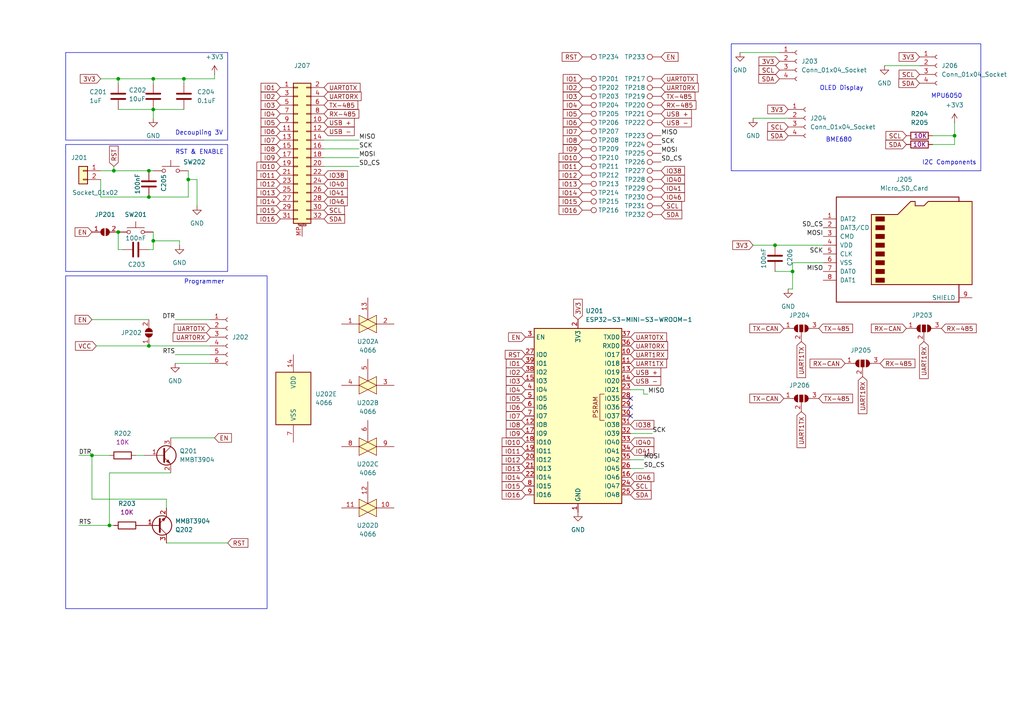
<source format=kicad_sch>
(kicad_sch (version 20231120) (generator "eeschema") (generator_version "8.0")
  (paper "A4")
  (junction (at 229.87 78.74))
  (junction (at 34.29 22.86))
  (junction (at 33.02 49.53))
  (junction (at 224.79 71.12))
  (junction (at 44.45 69.85))
  (junction (at 31.75 152.4))
  (junction (at 43.18 49.53))
  (junction (at 43.18 100.33))
  (junction (at 44.45 22.86))
  (junction (at 43.18 57.15))
  (junction (at 53.34 22.86))
  (junction (at 44.45 31.75))
  (junction (at 26.67 132.08))
  (junction (at 34.29 67.31))
  (junction (at 276.86 39.37))
  (junction (at 54.61 52.07))
  (no_connect (at 182.88 118.11))
  (no_connect (at 182.88 120.65))
  (no_connect (at 182.88 115.57))
  (wire (pts (xy 62.23 21.59) (xy 62.23 22.86)))
  (wire (pts (xy 26.67 92.71) (xy 43.18 92.71)))
  (wire (pts (xy 104.14 43.18) (xy 93.98 43.18)))
  (wire (pts (xy 53.34 22.86) (xy 44.45 22.86)))
  (wire (pts (xy 104.14 45.72) (xy 93.98 45.72)))
  (wire (pts (xy 34.29 22.86) (xy 44.45 22.86)))
  (wire (pts (xy 276.86 41.91) (xy 276.86 39.37)))
  (wire (pts (xy 229.87 83.82) (xy 229.87 78.74)))
  (wire (pts (xy 53.34 24.13) (xy 53.34 22.86)))
  (wire (pts (xy 229.87 76.2) (xy 238.76 76.2)))
  (wire (pts (xy 50.8 102.87) (xy 60.96 102.87)))
  (wire (pts (xy 229.87 78.74) (xy 229.87 76.2)))
  (wire (pts (xy 44.45 69.85) (xy 44.45 72.39)))
  (wire (pts (xy 54.61 49.53) (xy 54.61 52.07)))
  (wire (pts (xy 50.8 105.41) (xy 60.96 105.41)))
  (wire (pts (xy 50.8 92.71) (xy 60.96 92.71)))
  (wire (pts (xy 33.02 48.26) (xy 33.02 49.53)))
  (wire (pts (xy 31.75 132.08) (xy 26.67 132.08)))
  (wire (pts (xy 182.88 125.73) (xy 189.23 125.73)))
  (wire (pts (xy 33.02 49.53) (xy 43.18 49.53)))
  (wire (pts (xy 104.14 48.26) (xy 93.98 48.26)))
  (wire (pts (xy 187.96 114.3) (xy 186.69 114.3)))
  (wire (pts (xy 49.53 127) (xy 62.23 127)))
  (wire (pts (xy 48.26 157.48) (xy 66.04 157.48)))
  (wire (pts (xy 33.02 152.4) (xy 31.75 152.4)))
  (wire (pts (xy 34.29 31.75) (xy 44.45 31.75)))
  (wire (pts (xy 43.18 57.15) (xy 54.61 57.15)))
  (wire (pts (xy 22.86 132.08) (xy 26.67 132.08)))
  (wire (pts (xy 52.07 71.12) (xy 52.07 69.85)))
  (wire (pts (xy 57.15 52.07) (xy 54.61 52.07)))
  (wire (pts (xy 48.26 144.78) (xy 48.26 147.32)))
  (wire (pts (xy 224.79 71.12) (xy 238.76 71.12)))
  (wire (pts (xy 214.63 15.24) (xy 226.06 15.24)))
  (wire (pts (xy 57.15 52.07) (xy 57.15 59.69)))
  (wire (pts (xy 186.69 113.03) (xy 182.88 113.03)))
  (wire (pts (xy 53.34 22.86) (xy 62.23 22.86)))
  (wire (pts (xy 44.45 67.31) (xy 44.45 69.85)))
  (wire (pts (xy 218.44 34.29) (xy 228.6 34.29)))
  (wire (pts (xy 276.86 39.37) (xy 276.86 35.56)))
  (wire (pts (xy 182.88 135.89) (xy 186.69 135.89)))
  (wire (pts (xy 228.6 83.82) (xy 229.87 83.82)))
  (wire (pts (xy 256.54 19.05) (xy 266.7 19.05)))
  (wire (pts (xy 44.45 31.75) (xy 44.45 34.29)))
  (wire (pts (xy 31.75 137.16) (xy 31.75 152.4)))
  (wire (pts (xy 43.18 49.53) (xy 44.45 49.53)))
  (wire (pts (xy 186.69 114.3) (xy 186.69 113.03)))
  (wire (pts (xy 54.61 57.15) (xy 54.61 52.07)))
  (wire (pts (xy 43.18 72.39) (xy 44.45 72.39)))
  (wire (pts (xy 29.21 57.15) (xy 29.21 52.07)))
  (wire (pts (xy 29.21 57.15) (xy 43.18 57.15)))
  (wire (pts (xy 22.86 152.4) (xy 31.75 152.4)))
  (wire (pts (xy 224.79 78.74) (xy 229.87 78.74)))
  (wire (pts (xy 44.45 22.86) (xy 44.45 24.13)))
  (wire (pts (xy 31.75 137.16) (xy 49.53 137.16)))
  (wire (pts (xy 270.51 41.91) (xy 276.86 41.91)))
  (wire (pts (xy 27.94 100.33) (xy 43.18 100.33)))
  (wire (pts (xy 29.21 22.86) (xy 34.29 22.86)))
  (wire (pts (xy 26.67 144.78) (xy 48.26 144.78)))
  (wire (pts (xy 182.88 133.35) (xy 186.69 133.35)))
  (wire (pts (xy 218.44 71.12) (xy 224.79 71.12)))
  (wire (pts (xy 53.34 31.75) (xy 44.45 31.75)))
  (wire (pts (xy 34.29 67.31) (xy 34.29 72.39)))
  (wire (pts (xy 52.07 69.85) (xy 44.45 69.85)))
  (wire (pts (xy 34.29 72.39) (xy 35.56 72.39)))
  (wire (pts (xy 26.67 132.08) (xy 26.67 144.78)))
  (wire (pts (xy 104.14 40.64) (xy 93.98 40.64)))
  (wire (pts (xy 34.29 22.86) (xy 34.29 24.13)))
  (wire (pts (xy 39.37 132.08) (xy 41.91 132.08)))
  (wire (pts (xy 43.18 100.33) (xy 60.96 100.33)))
  (wire (pts (xy 33.02 49.53) (xy 29.21 49.53)))
  (wire (pts (xy 270.51 39.37) (xy 276.86 39.37)))
  (rectangle (start 19.05 80.01) (end 77.47 176.53))
  (rectangle (start 212.09 12.7) (end 284.48 49.53))
  (rectangle (start 19.05 15.24) (end 66.04 40.64))
  (rectangle (start 19.05 41.91) (end 66.04 78.74))
  (text "RST & ENABLE\n " (at 50.8 46.99 0) (effects (font (size 1.27 1.27)) (justify left bottom)))
  (text "Decoupling 3V\n" (at 50.8 39.37 0) (effects (font (size 1.27 1.27)) (justify left bottom)))
  (text "Programmer\n" (at 53.34 82.55 0) (effects (font (size 1.27 1.27)) (justify left bottom)))
  (text "OLED Display" (at 244.094 25.654 0) (effects (font (size 1.27 1.27))))
  (text "I2C Components" (at 275.336 47.244 0) (effects (font (size 1.27 1.27))))
  (text "MPU6050\n" (at 274.574 27.94 0) (effects (font (size 1.27 1.27))))
  (text "BME680" (at 243.332 40.64 0) (effects (font (size 1.27 1.27))))
  (label "DTR" (at 22.86 132.08 0))
  (label "MOSI" (at 186.69 133.35 0))
  (label "DTR" (at 50.8 92.71 180))
  (label "SD_CS" (at 191.77 46.99 0))
  (label "MISO" (at 191.77 39.37 0))
  (label "SCK" (at 189.23 125.73 0))
  (label "SD_CS" (at 186.69 135.89 0))
  (label "SCK" (at 238.76 73.66 180))
  (label "MOSI" (at 238.76 68.58 180))
  (label "MOSI" (at 104.14 45.72 0))
  (label "SD_CS" (at 104.14 48.26 0))
  (label "SCK" (at 191.77 41.91 0))
  (label "MISO" (at 104.14 40.64 0))
  (label "MISO" (at 238.76 78.74 180))
  (label "MOSI" (at 191.77 44.45 0))
  (label "MISO" (at 187.96 114.3 0))
  (label "RTS" (at 50.8 102.87 180))
  (label "SCK" (at 104.14 43.18 0))
  (label "SD_CS" (at 238.76 66.04 180))
  (label "RTS" (at 22.86 152.4 0))
  (global_label "IO5" (shape input) (at 152.4 115.57 180) (property "Intersheetrefs" "${INTERSHEET_REFS}" (effects (hide yes))))
  (global_label "IO38" (shape input) (at 182.88 123.19 0) (property "Intersheetrefs" "${INTERSHEET_REFS}" (effects (hide yes))))
  (global_label "IO46" (shape input) (at 182.88 138.43 0) (property "Intersheetrefs" "${INTERSHEET_REFS}" (effects (hide yes))))
  (global_label "IO14" (shape input) (at 168.91 55.88 180) (property "Intersheetrefs" "${INTERSHEET_REFS}" (effects (hide yes))))
  (global_label "SDA" (shape input) (at 93.98 63.5 0) (property "Intersheetrefs" "${INTERSHEET_REFS}" (effects (hide yes))))
  (global_label "IO5" (shape input) (at 81.28 35.56 180) (property "Intersheetrefs" "${INTERSHEET_REFS}" (effects (hide yes))))
  (global_label "IO2" (shape input) (at 152.4 107.95 180) (property "Intersheetrefs" "${INTERSHEET_REFS}" (effects (hide yes))))
  (global_label "RX-CAN" (shape input) (at 262.89 95.25 180) (property "Intersheetrefs" "${INTERSHEET_REFS}" (effects (hide yes))))
  (global_label "EN" (shape input) (at 26.67 92.71 180) (property "Intersheetrefs" "${INTERSHEET_REFS}" (effects (hide yes))))
  (global_label "IO11" (shape input) (at 81.28 50.8 180) (property "Intersheetrefs" "${INTERSHEET_REFS}" (effects (hide yes))))
  (global_label "3V3" (shape input) (at 218.44 71.12 180) (property "Intersheetrefs" "${INTERSHEET_REFS}" (effects (hide yes))))
  (global_label "UART0RX" (shape input) (at 60.96 97.79 180) (property "Intersheetrefs" "${INTERSHEET_REFS}" (effects (hide yes))))
  (global_label "SCL" (shape input) (at 182.88 140.97 0) (property "Intersheetrefs" "${INTERSHEET_REFS}" (effects (hide yes))))
  (global_label "TX-CAN" (shape input) (at 227.33 95.25 180) (property "Intersheetrefs" "${INTERSHEET_REFS}" (effects (hide yes))))
  (global_label "IO12" (shape input) (at 168.91 50.8 180) (property "Intersheetrefs" "${INTERSHEET_REFS}" (effects (hide yes))))
  (global_label "USB -" (shape input) (at 182.88 110.49 0) (property "Intersheetrefs" "${INTERSHEET_REFS}" (effects (hide yes))))
  (global_label "3V3" (shape input) (at 167.64 92.71 90) (property "Intersheetrefs" "${INTERSHEET_REFS}" (effects (hide yes))))
  (global_label "IO40" (shape input) (at 191.77 52.07 0) (property "Intersheetrefs" "${INTERSHEET_REFS}" (effects (hide yes))))
  (global_label "IO41" (shape input) (at 191.77 54.61 0) (property "Intersheetrefs" "${INTERSHEET_REFS}" (effects (hide yes))))
  (global_label "IO9" (shape input) (at 81.28 45.72 180) (property "Intersheetrefs" "${INTERSHEET_REFS}" (effects (hide yes))))
  (global_label "IO10" (shape input) (at 81.28 48.26 180) (property "Intersheetrefs" "${INTERSHEET_REFS}" (effects (hide yes))))
  (global_label "IO40" (shape input) (at 93.98 53.34 0) (property "Intersheetrefs" "${INTERSHEET_REFS}" (effects (hide yes))))
  (global_label "UART0TX" (shape input) (at 191.77 22.86 0) (property "Intersheetrefs" "${INTERSHEET_REFS}" (effects (hide yes))))
  (global_label "USB +" (shape input) (at 182.88 107.95 0) (property "Intersheetrefs" "${INTERSHEET_REFS}" (effects (hide yes))))
  (global_label "SDA" (shape input) (at 262.89 41.91 180) (property "Intersheetrefs" "${INTERSHEET_REFS}" (effects (hide yes))))
  (global_label "IO12" (shape input) (at 152.4 133.35 180) (property "Intersheetrefs" "${INTERSHEET_REFS}" (effects (hide yes))))
  (global_label "IO13" (shape input) (at 81.28 55.88 180) (property "Intersheetrefs" "${INTERSHEET_REFS}" (effects (hide yes))))
  (global_label "IO38" (shape input) (at 93.98 50.8 0) (property "Intersheetrefs" "${INTERSHEET_REFS}" (effects (hide yes))))
  (global_label "EN" (shape input) (at 26.67 67.31 180) (property "Intersheetrefs" "${INTERSHEET_REFS}" (effects (hide yes))))
  (global_label "IO2" (shape input) (at 168.91 25.4 180) (property "Intersheetrefs" "${INTERSHEET_REFS}" (effects (hide yes))))
  (global_label "USB -" (shape input) (at 93.98 38.1 0) (property "Intersheetrefs" "${INTERSHEET_REFS}" (effects (hide yes))))
  (global_label "IO38" (shape input) (at 191.77 49.53 0) (property "Intersheetrefs" "${INTERSHEET_REFS}" (effects (hide yes))))
  (global_label "IO15" (shape input) (at 81.28 60.96 180) (property "Intersheetrefs" "${INTERSHEET_REFS}" (effects (hide yes))))
  (global_label "SCL" (shape input) (at 191.77 59.69 0) (property "Intersheetrefs" "${INTERSHEET_REFS}" (effects (hide yes))))
  (global_label "SDA" (shape input) (at 228.6 39.37 180) (property "Intersheetrefs" "${INTERSHEET_REFS}" (effects (hide yes))))
  (global_label "UART0TX" (shape input) (at 182.88 97.79 0) (property "Intersheetrefs" "${INTERSHEET_REFS}" (effects (hide yes))))
  (global_label "IO7" (shape input) (at 168.91 38.1 180) (property "Intersheetrefs" "${INTERSHEET_REFS}" (effects (hide yes))))
  (global_label "IO7" (shape input) (at 81.28 40.64 180) (property "Intersheetrefs" "${INTERSHEET_REFS}" (effects (hide yes))))
  (global_label "RX-CAN" (shape input) (at 245.11 105.41 180) (property "Intersheetrefs" "${INTERSHEET_REFS}" (effects (hide yes))))
  (global_label "IO41" (shape input) (at 182.88 130.81 0) (property "Intersheetrefs" "${INTERSHEET_REFS}" (effects (hide yes))))
  (global_label "3V3" (shape input) (at 228.6 31.75 180) (property "Intersheetrefs" "${INTERSHEET_REFS}" (effects (hide yes))))
  (global_label "3V3" (shape input) (at 266.7 16.51 180) (property "Intersheetrefs" "${INTERSHEET_REFS}" (effects (hide yes))))
  (global_label "UART0RX" (shape input) (at 182.88 100.33 0) (property "Intersheetrefs" "${INTERSHEET_REFS}" (effects (hide yes))))
  (global_label "TX-485" (shape input) (at 237.49 95.25 0) (property "Intersheetrefs" "${INTERSHEET_REFS}" (effects (hide yes))))
  (global_label "IO5" (shape input) (at 168.91 33.02 180) (property "Intersheetrefs" "${INTERSHEET_REFS}" (effects (hide yes))))
  (global_label "RST" (shape input) (at 152.4 102.87 180) (property "Intersheetrefs" "${INTERSHEET_REFS}" (effects (hide yes))))
  (global_label "IO16" (shape input) (at 168.91 60.96 180) (property "Intersheetrefs" "${INTERSHEET_REFS}" (effects (hide yes))))
  (global_label "UART0RX" (shape input) (at 191.77 25.4 0) (property "Intersheetrefs" "${INTERSHEET_REFS}" (effects (hide yes))))
  (global_label "EN" (shape input) (at 62.23 127 0) (property "Intersheetrefs" "${INTERSHEET_REFS}" (effects (hide yes))))
  (global_label "IO16" (shape input) (at 81.28 63.5 180) (property "Intersheetrefs" "${INTERSHEET_REFS}" (effects (hide yes))))
  (global_label "IO7" (shape input) (at 152.4 120.65 180) (property "Intersheetrefs" "${INTERSHEET_REFS}" (effects (hide yes))))
  (global_label "TX-485" (shape input) (at 237.49 115.57 0) (property "Intersheetrefs" "${INTERSHEET_REFS}" (effects (hide yes))))
  (global_label "IO4" (shape input) (at 81.28 33.02 180) (property "Intersheetrefs" "${INTERSHEET_REFS}" (effects (hide yes))))
  (global_label "SCL" (shape input) (at 266.7 21.59 180) (property "Intersheetrefs" "${INTERSHEET_REFS}" (effects (hide yes))))
  (global_label "UART1TX" (shape input) (at 182.88 105.41 0) (property "Intersheetrefs" "${INTERSHEET_REFS}" (effects (hide yes))))
  (global_label "IO6" (shape input) (at 81.28 38.1 180) (property "Intersheetrefs" "${INTERSHEET_REFS}" (effects (hide yes))))
  (global_label "IO14" (shape input) (at 81.28 58.42 180) (property "Intersheetrefs" "${INTERSHEET_REFS}" (effects (hide yes))))
  (global_label "3V3" (shape input) (at 29.21 22.86 180) (property "Intersheetrefs" "${INTERSHEET_REFS}" (effects (hide yes))))
  (global_label "IO1" (shape input) (at 81.28 25.4 180) (property "Intersheetrefs" "${INTERSHEET_REFS}" (effects (hide yes))))
  (global_label "IO6" (shape input) (at 152.4 118.11 180) (property "Intersheetrefs" "${INTERSHEET_REFS}" (effects (hide yes))))
  (global_label "UART1TX" (shape input) (at 232.41 99.06 270) (property "Intersheetrefs" "${INTERSHEET_REFS}" (effects (hide yes))))
  (global_label "TX-CAN" (shape input) (at 227.33 115.57 180) (property "Intersheetrefs" "${INTERSHEET_REFS}" (effects (hide yes))))
  (global_label "RX-485" (shape input) (at 191.77 30.48 0) (property "Intersheetrefs" "${INTERSHEET_REFS}" (effects (hide yes))))
  (global_label "IO3" (shape input) (at 81.28 30.48 180) (property "Intersheetrefs" "${INTERSHEET_REFS}" (effects (hide yes))))
  (global_label "IO1" (shape input) (at 152.4 105.41 180) (property "Intersheetrefs" "${INTERSHEET_REFS}" (effects (hide yes))))
  (global_label "UART0RX" (shape input) (at 93.98 27.94 0) (property "Intersheetrefs" "${INTERSHEET_REFS}" (effects (hide yes))))
  (global_label "SCL" (shape input) (at 226.06 20.32 180) (property "Intersheetrefs" "${INTERSHEET_REFS}" (effects (hide yes))))
  (global_label "SCL" (shape input) (at 228.6 36.83 180) (property "Intersheetrefs" "${INTERSHEET_REFS}" (effects (hide yes))))
  (global_label "3V3" (shape input) (at 226.06 17.78 180) (property "Intersheetrefs" "${INTERSHEET_REFS}" (effects (hide yes))))
  (global_label "IO46" (shape input) (at 191.77 57.15 0) (property "Intersheetrefs" "${INTERSHEET_REFS}" (effects (hide yes))))
  (global_label "IO14" (shape input) (at 152.4 138.43 180) (property "Intersheetrefs" "${INTERSHEET_REFS}" (effects (hide yes))))
  (global_label "RST" (shape input) (at 33.02 48.26 90) (property "Intersheetrefs" "${INTERSHEET_REFS}" (effects (hide yes))))
  (global_label "IO8" (shape input) (at 168.91 40.64 180) (property "Intersheetrefs" "${INTERSHEET_REFS}" (effects (hide yes))))
  (global_label "SCL" (shape input) (at 93.98 60.96 0) (property "Intersheetrefs" "${INTERSHEET_REFS}" (effects (hide yes))))
  (global_label "IO15" (shape input) (at 168.91 58.42 180) (property "Intersheetrefs" "${INTERSHEET_REFS}" (effects (hide yes))))
  (global_label "IO3" (shape input) (at 168.91 27.94 180) (property "Intersheetrefs" "${INTERSHEET_REFS}" (effects (hide yes))))
  (global_label "UART0TX" (shape input) (at 60.96 95.25 180) (property "Intersheetrefs" "${INTERSHEET_REFS}" (effects (hide yes))))
  (global_label "IO4" (shape input) (at 168.91 30.48 180) (property "Intersheetrefs" "${INTERSHEET_REFS}" (effects (hide yes))))
  (global_label "IO9" (shape input) (at 168.91 43.18 180) (property "Intersheetrefs" "${INTERSHEET_REFS}" (effects (hide yes))))
  (global_label "RX-485" (shape input) (at 273.05 95.25 0) (property "Intersheetrefs" "${INTERSHEET_REFS}" (effects (hide yes))))
  (global_label "IO10" (shape input) (at 168.91 45.72 180) (property "Intersheetrefs" "${INTERSHEET_REFS}" (effects (hide yes))))
  (global_label "IO13" (shape input) (at 168.91 53.34 180) (property "Intersheetrefs" "${INTERSHEET_REFS}" (effects (hide yes))))
  (global_label "IO1" (shape input) (at 168.91 22.86 180) (property "Intersheetrefs" "${INTERSHEET_REFS}" (effects (hide yes))))
  (global_label "IO13" (shape input) (at 152.4 135.89 180) (property "Intersheetrefs" "${INTERSHEET_REFS}" (effects (hide yes))))
  (global_label "IO4" (shape input) (at 152.4 113.03 180) (property "Intersheetrefs" "${INTERSHEET_REFS}" (effects (hide yes))))
  (global_label "USB -" (shape input) (at 191.77 35.56 0) (property "Intersheetrefs" "${INTERSHEET_REFS}" (effects (hide yes))))
  (global_label "IO9" (shape input) (at 152.4 125.73 180) (property "Intersheetrefs" "${INTERSHEET_REFS}" (effects (hide yes))))
  (global_label "UART1TX" (shape input) (at 232.41 119.38 270) (property "Intersheetrefs" "${INTERSHEET_REFS}" (effects (hide yes))))
  (global_label "TX-485" (shape input) (at 93.98 30.48 0) (property "Intersheetrefs" "${INTERSHEET_REFS}" (effects (hide yes))))
  (global_label "VCC" (shape input) (at 27.94 100.33 180) (property "Intersheetrefs" "${INTERSHEET_REFS}" (effects (hide yes))))
  (global_label "UART1RX" (shape input) (at 267.97 99.06 270) (property "Intersheetrefs" "${INTERSHEET_REFS}" (effects (hide yes))))
  (global_label "RST" (shape input) (at 66.04 157.48 0) (property "Intersheetrefs" "${INTERSHEET_REFS}" (effects (hide yes))))
  (global_label "SCL" (shape input) (at 262.89 39.37 180) (property "Intersheetrefs" "${INTERSHEET_REFS}" (effects (hide yes))))
  (global_label "UART0TX" (shape input) (at 93.98 25.4 0) (property "Intersheetrefs" "${INTERSHEET_REFS}" (effects (hide yes))))
  (global_label "RST" (shape input) (at 168.91 16.51 180) (property "Intersheetrefs" "${INTERSHEET_REFS}" (effects (hide yes))))
  (global_label "SDA" (shape input) (at 191.77 62.23 0) (property "Intersheetrefs" "${INTERSHEET_REFS}" (effects (hide yes))))
  (global_label "IO16" (shape input) (at 152.4 143.51 180) (property "Intersheetrefs" "${INTERSHEET_REFS}" (effects (hide yes))))
  (global_label "USB +" (shape input) (at 191.77 33.02 0) (property "Intersheetrefs" "${INTERSHEET_REFS}" (effects (hide yes))))
  (global_label "SDA" (shape input) (at 182.88 143.51 0) (property "Intersheetrefs" "${INTERSHEET_REFS}" (effects (hide yes))))
  (global_label "IO8" (shape input) (at 152.4 123.19 180) (property "Intersheetrefs" "${INTERSHEET_REFS}" (effects (hide yes))))
  (global_label "IO11" (shape input) (at 152.4 130.81 180) (property "Intersheetrefs" "${INTERSHEET_REFS}" (effects (hide yes))))
  (global_label "RX-485" (shape input) (at 255.27 105.41 0) (property "Intersheetrefs" "${INTERSHEET_REFS}" (effects (hide yes))))
  (global_label "SDA" (shape input) (at 226.06 22.86 180) (property "Intersheetrefs" "${INTERSHEET_REFS}" (effects (hide yes))))
  (global_label "IO11" (shape input) (at 168.91 48.26 180) (property "Intersheetrefs" "${INTERSHEET_REFS}" (effects (hide yes))))
  (global_label "IO12" (shape input) (at 81.28 53.34 180) (property "Intersheetrefs" "${INTERSHEET_REFS}" (effects (hide yes))))
  (global_label "IO2" (shape input) (at 81.28 27.94 180) (property "Intersheetrefs" "${INTERSHEET_REFS}" (effects (hide yes))))
  (global_label "UART1RX" (shape input) (at 250.19 109.22 270) (property "Intersheetrefs" "${INTERSHEET_REFS}" (effects (hide yes))))
  (global_label "IO40" (shape input) (at 182.88 128.27 0) (property "Intersheetrefs" "${INTERSHEET_REFS}" (effects (hide yes))))
  (global_label "IO46" (shape input) (at 93.98 58.42 0) (property "Intersheetrefs" "${INTERSHEET_REFS}" (effects (hide yes))))
  (global_label "IO6" (shape input) (at 168.91 35.56 180) (property "Intersheetrefs" "${INTERSHEET_REFS}" (effects (hide yes))))
  (global_label "IO15" (shape input) (at 152.4 140.97 180) (property "Intersheetrefs" "${INTERSHEET_REFS}" (effects (hide yes))))
  (global_label "IO41" (shape input) (at 93.98 55.88 0) (property "Intersheetrefs" "${INTERSHEET_REFS}" (effects (hide yes))))
  (global_label "UART1RX" (shape input) (at 182.88 102.87 0) (property "Intersheetrefs" "${INTERSHEET_REFS}" (effects (hide yes))))
  (global_label "IO3" (shape input) (at 152.4 110.49 180) (property "Intersheetrefs" "${INTERSHEET_REFS}" (effects (hide yes))))
  (global_label "USB +" (shape input) (at 93.98 35.56 0) (property "Intersheetrefs" "${INTERSHEET_REFS}" (effects (hide yes))))
  (global_label "TX-485" (shape input) (at 191.77 27.94 0) (property "Intersheetrefs" "${INTERSHEET_REFS}" (effects (hide yes))))
  (global_label "RX-485" (shape input) (at 93.98 33.02 0) (property "Intersheetrefs" "${INTERSHEET_REFS}" (effects (hide yes))))
  (global_label "EN" (shape input) (at 191.77 16.51 0) (property "Intersheetrefs" "${INTERSHEET_REFS}" (effects (hide yes))))
  (global_label "IO10" (shape input) (at 152.4 128.27 180) (property "Intersheetrefs" "${INTERSHEET_REFS}" (effects (hide yes))))
  (global_label "EN" (shape input) (at 152.4 97.79 180) (property "Intersheetrefs" "${INTERSHEET_REFS}" (effects (hide yes))))
  (global_label "IO8" (shape input) (at 81.28 43.18 180) (property "Intersheetrefs" "${INTERSHEET_REFS}" (effects (hide yes))))
  (global_label "SDA" (shape input) (at 266.7 24.13 180) (property "Intersheetrefs" "${INTERSHEET_REFS}" (effects (hide yes))))
  (symbol (lib_id "Transistor_BJT:MMBT3904") (at 46.99 132.08 0) (unit 1)
    (property "Reference" "Q201" (at 52.07 130.81 0) (effects (justify left)))
    (property "Value" "MMBT3904" (at 52.07 133.35 0) (effects (justify left)))
    (property "Footprint" "Package_TO_SOT_SMD:SOT-23" (effects (hide yes)))
    (property "Datasheet" "https://www.onsemi.com/pdf/datasheet/pzt3904-d.pdf" (effects (hide yes)))
  )
  (symbol (lib_id "Connector:TestPoint") (at 191.77 62.23 90) (unit 1)
    (property "Reference" "TP232" (at 187.198 62.23 90) (effects (justify left)))
    (property "Value" "TestPoint" (effects (hide yes)))
    (property "Footprint" "TestPoint:TestPoint_Pad_D2.0mm" (effects (hide yes)))
    (property "Description" "test point" (effects (hide yes)))
  )
  (symbol (lib_id "Connector:TestPoint") (at 191.77 25.4 90) (unit 1)
    (property "Reference" "TP218" (at 187.198 25.4 90) (effects (justify left)))
    (property "Value" "TestPoint" (effects (hide yes)))
    (property "Footprint" "TestPoint:TestPoint_Pad_D2.0mm" (effects (hide yes)))
    (property "Description" "test point" (effects (hide yes)))
  )
  (symbol (lib_id "power:+3V3") (at 62.23 21.59 0) (unit 1)
    (property "Reference" "#PWR0206" (effects (hide yes)))
    (property "Value" "+3V3" (at 62.23 16.51 0))
    (property "Description" "Power symbol creates a global label with name \"+3V3\"" (effects (hide yes)))
  )
  (symbol (lib_id "Connector:TestPoint") (at 191.77 16.51 90) (unit 1)
    (property "Reference" "TP233" (at 187.198 16.51 90) (effects (justify left)))
    (property "Value" "TestPoint" (effects (hide yes)))
    (property "Footprint" "TestPoint:TestPoint_Pad_D2.0mm" (effects (hide yes)))
    (property "Description" "test point" (effects (hide yes)))
  )
  (symbol (lib_id "Connector_Generic_MountingPin:Conn_02x16_Odd_Even_MountingPin") (at 86.36 43.18 0) (unit 1)
    (property "Reference" "J207" (at 87.63 19.05 0))
    (property "Value" "Conn_02x16_Odd_Even_MountingPin" (effects (hide yes)))
    (property "Description" "Generic connectable mounting pin connector, double row, 02x16, odd/even pin numbering scheme (row 1 odd numbers, row 2 even numbers), script generated (kicad-library-utils/schlib/autogen/connector/)" (effects (hide yes)))
  )
  (symbol (lib_id "Connector:TestPoint") (at 168.91 33.02 270) (unit 1)
    (property "Reference" "TP205" (at 173.482 33.02 90) (effects (justify left)))
    (property "Value" "TestPoint" (effects (hide yes)))
    (property "Footprint" "TestPoint:TestPoint_Pad_D2.0mm" (effects (hide yes)))
    (property "Description" "test point" (effects (hide yes)))
  )
  (symbol (lib_id "4xxx:4066") (at 106.68 129.54 0) (unit 3)
    (property "Reference" "U202" (at 106.68 134.62 0))
    (property "Value" "4066" (at 106.68 137.16 0))
    (property "Datasheet" "http://www.ti.com/lit/ds/symlink/cd4066b.pdf" (effects (hide yes)))
    (property "Description" "Quad Analog Switches" (effects (hide yes)))
  )
  (symbol (lib_id "Connector:TestPoint") (at 191.77 52.07 90) (unit 1)
    (property "Reference" "TP228" (at 187.198 52.07 90) (effects (justify left)))
    (property "Value" "TestPoint" (effects (hide yes)))
    (property "Footprint" "TestPoint:TestPoint_Pad_D2.0mm" (effects (hide yes)))
    (property "Description" "test point" (effects (hide yes)))
  )
  (symbol (lib_id "4xxx:4066") (at 85.09 115.57 0) (unit 5)
    (property "Reference" "U202" (at 91.44 114.2999 0) (effects (justify left)))
    (property "Value" "4066" (at 91.44 116.8399 0) (effects (justify left)))
    (property "Datasheet" "http://www.ti.com/lit/ds/symlink/cd4066b.pdf" (effects (hide yes)))
    (property "Description" "Quad Analog Switches" (effects (hide yes)))
  )
  (symbol (lib_id "Connector:TestPoint") (at 168.91 22.86 270) (unit 1)
    (property "Reference" "TP201" (at 173.482 22.86 90) (effects (justify left)))
    (property "Value" "TestPoint" (effects (hide yes)))
    (property "Footprint" "TestPoint:TestPoint_Pad_D2.0mm" (effects (hide yes)))
    (property "Description" "test point" (effects (hide yes)))
  )
  (symbol (lib_id "Connector:TestPoint") (at 191.77 35.56 90) (unit 1)
    (property "Reference" "TP222" (at 187.198 35.56 90) (effects (justify left)))
    (property "Value" "TestPoint" (effects (hide yes)))
    (property "Footprint" "TestPoint:TestPoint_Pad_D2.0mm" (effects (hide yes)))
    (property "Description" "test point" (effects (hide yes)))
  )
  (symbol (lib_id "Connector:TestPoint") (at 168.91 60.96 270) (unit 1)
    (property "Reference" "TP216" (at 173.482 60.96 90) (effects (justify left)))
    (property "Value" "TestPoint" (effects (hide yes)))
    (property "Footprint" "TestPoint:TestPoint_Pad_D2.0mm" (effects (hide yes)))
    (property "Description" "test point" (effects (hide yes)))
  )
  (symbol (lib_id "Connector:TestPoint") (at 191.77 54.61 90) (unit 1)
    (property "Reference" "TP229" (at 187.198 54.61 90) (effects (justify left)))
    (property "Value" "TestPoint" (effects (hide yes)))
    (property "Footprint" "TestPoint:TestPoint_Pad_D2.0mm" (effects (hide yes)))
    (property "Description" "test point" (effects (hide yes)))
  )
  (symbol (lib_id "Connector:TestPoint") (at 191.77 22.86 90) (unit 1)
    (property "Reference" "TP217" (at 187.198 22.86 90) (effects (justify left)))
    (property "Value" "TestPoint" (effects (hide yes)))
    (property "Footprint" "TestPoint:TestPoint_Pad_D2.0mm" (effects (hide yes)))
    (property "Description" "test point" (effects (hide yes)))
  )
  (symbol (lib_id "Device:C") (at 39.37 72.39 90) (unit 1)
    (property "Reference" "C203" (at 39.624 76.708 90))
    (property "Value" "100nF" (at 39.37 69.088 90))
    (property "Footprint" "Capacitor_SMD:C_0603_1608Metric_Pad1.08x0.95mm_HandSolder" (effects (hide yes)))
    (property "Description" "Unpolarized capacitor" (effects (hide yes)))
  )
  (symbol (lib_id "PCM_4ms_Power-symbol:GND") (at 44.45 34.29 0) (unit 1)
    (property "Reference" "#PWR0202" (effects (hide yes)))
    (property "Value" "GND" (at 44.45 39.37 0))
  )
  (symbol (lib_id "Device:C") (at 53.34 27.94 0) (unit 1)
    (property "Reference" "C204" (at 57.15 26.6699 0) (effects (justify left)))
    (property "Value" "0.1uF" (at 57.15 29.2099 0) (effects (justify left)))
    (property "Footprint" "Capacitor_SMD:C_0603_1608Metric_Pad1.08x0.95mm_HandSolder" (effects (hide yes)))
    (property "Description" "Unpolarized capacitor" (effects (hide yes)))
  )
  (symbol (lib_id "Connector:TestPoint") (at 168.91 30.48 270) (unit 1)
    (property "Reference" "TP204" (at 173.482 30.48 90) (effects (justify left)))
    (property "Value" "TestPoint" (effects (hide yes)))
    (property "Footprint" "TestPoint:TestPoint_Pad_D2.0mm" (effects (hide yes)))
    (property "Description" "test point" (effects (hide yes)))
  )
  (symbol (lib_id "PCM_4ms_Resistor:0R_0603") (at 35.56 132.08 90) (unit 1)
    (property "Reference" "R202" (at 35.56 125.73 90))
    (property "Value" "0R_0603" (effects (hide yes)))
    (property "Footprint" "Resistor_SMD:R_0603_1608Metric_Pad0.98x0.95mm_HandSolder" (effects (hide yes)))
    (property "Specifications" "0R, 1%, 1/10W, 0603" (effects (hide yes)))
    (property "Manufacturer" "Yageo" (effects (hide yes)))
    (property "Part Number" "RC0603FR-100RL" (effects (hide yes)))
    (property "Display" "10K" (at 35.56 128.27 90))
    (property "JLCPCB ID" "C21189" (effects (hide yes)))
  )
  (symbol (lib_id "Connector:Micro_SD_Card") (at 261.62 71.12 0) (unit 1)
    (property "Reference" "J205" (at 262.255 52.07 0))
    (property "Value" "Micro_SD_Card" (at 262.255 54.61 0))
    (property "Datasheet" "http://katalog.we-online.de/em/datasheet/693072010801.pdf" (effects (hide yes)))
    (property "Description" "Micro SD Card Socket" (effects (hide yes)))
  )
  (symbol (lib_id "PCM_4ms_Power-symbol:GND") (at 228.6 83.82 0) (unit 1)
    (property "Reference" "#PWR0210" (effects (hide yes)))
    (property "Value" "GND" (at 228.6 88.9 0))
  )
  (symbol (lib_id "Connector:TestPoint") (at 168.91 58.42 270) (unit 1)
    (property "Reference" "TP215" (at 173.482 58.42 90) (effects (justify left)))
    (property "Value" "TestPoint" (effects (hide yes)))
    (property "Footprint" "TestPoint:TestPoint_Pad_D2.0mm" (effects (hide yes)))
    (property "Description" "test point" (effects (hide yes)))
  )
  (symbol (lib_id "Connector:TestPoint") (at 191.77 57.15 90) (unit 1)
    (property "Reference" "TP230" (at 187.198 57.15 90) (effects (justify left)))
    (property "Value" "TestPoint" (effects (hide yes)))
    (property "Footprint" "TestPoint:TestPoint_Pad_D2.0mm" (effects (hide yes)))
    (property "Description" "test point" (effects (hide yes)))
  )
  (symbol (lib_id "Device:C") (at 44.45 27.94 0) (unit 1)
    (property "Reference" "C202" (at 37.338 26.162 0) (effects (justify left)))
    (property "Value" "10uF" (at 37.338 28.702 0) (effects (justify left)))
    (property "Footprint" "Capacitor_SMD:C_0603_1608Metric_Pad1.08x0.95mm_HandSolder" (effects (hide yes)))
    (property "Description" "Unpolarized capacitor" (effects (hide yes)))
  )
  (symbol (lib_id "Jumper:SolderJumper_3_Open") (at 232.41 115.57 0) (unit 1) (exclude_from_sim yes) (in_bom no)
    (property "Reference" "JP206" (at 231.902 111.76 0))
    (property "Value" "SolderJumper_3_Open" (effects (hide yes)))
    (property "Footprint" "Jumper:SolderJumper-3_P2.0mm_Open_TrianglePad1.0x1.5mm" (effects (hide yes)))
    (property "Description" "Solder Jumper, 3-pole, open" (effects (hide yes)))
  )
  (symbol (lib_id "Switch:SW_Omron_B3FS") (at 49.53 49.53 0) (unit 1)
    (property "Reference" "SW202" (at 56.388 46.99 0))
    (property "Value" "SW_Omron_B3FS" (effects (hide yes)))
    (property "Footprint" "Button_Switch_SMD:SW_Tactile_SPST_NO_Straight_CK_PTS636Sx25SMTRLFS" (effects (hide yes)))
    (property "Datasheet" "https://omronfs.omron.com/en_US/ecb/products/pdf/en-b3fs.pdf" (effects (hide yes)))
  )
  (symbol (lib_id "Connector:Conn_01x04_Socket") (at 271.78 19.05 0) (unit 1)
    (property "Reference" "J206" (at 273.05 19.0499 0) (effects (justify left)))
    (property "Value" "Conn_01x04_Socket" (at 273.05 21.5899 0) (effects (justify left)))
    (property "Footprint" "Connector_PinSocket_2.54mm:PinSocket_1x04_P2.54mm_Vertical" (effects (hide yes)))
    (property "Description" "Generic connector, single row, 01x04, script generated" (effects (hide yes)))
  )
  (symbol (lib_id "Connector:TestPoint") (at 168.91 45.72 270) (unit 1)
    (property "Reference" "TP210" (at 173.482 45.72 90) (effects (justify left)))
    (property "Value" "TestPoint" (effects (hide yes)))
    (property "Footprint" "TestPoint:TestPoint_Pad_D2.0mm" (effects (hide yes)))
    (property "Description" "test point" (effects (hide yes)))
  )
  (symbol (lib_id "Connector:TestPoint") (at 168.91 25.4 270) (unit 1)
    (property "Reference" "TP202" (at 173.482 25.4 90) (effects (justify left)))
    (property "Value" "TestPoint" (effects (hide yes)))
    (property "Footprint" "TestPoint:TestPoint_Pad_D2.0mm" (effects (hide yes)))
    (property "Description" "test point" (effects (hide yes)))
  )
  (symbol (lib_id "PCM_4ms_Power-symbol:GND") (at 214.63 15.24 0) (unit 1)
    (property "Reference" "#PWR0208" (effects (hide yes)))
    (property "Value" "GND" (at 214.63 20.32 0))
  )
  (symbol (lib_id "Device:C") (at 34.29 27.94 0) (unit 1)
    (property "Reference" "C201" (at 25.908 26.67 0) (effects (justify left)))
    (property "Value" "1uF" (at 25.908 29.21 0) (effects (justify left)))
    (property "Footprint" "Capacitor_SMD:C_0603_1608Metric_Pad1.08x0.95mm_HandSolder" (effects (hide yes)))
    (property "Description" "Unpolarized capacitor" (effects (hide yes)))
  )
  (symbol (lib_id "Connector:TestPoint") (at 168.91 27.94 270) (unit 1)
    (property "Reference" "TP203" (at 173.482 27.94 90) (effects (justify left)))
    (property "Value" "TestPoint" (effects (hide yes)))
    (property "Footprint" "TestPoint:TestPoint_Pad_D2.0mm" (effects (hide yes)))
    (property "Description" "test point" (effects (hide yes)))
  )
  (symbol (lib_id "Connector:TestPoint") (at 168.91 43.18 270) (unit 1)
    (property "Reference" "TP209" (at 173.482 43.18 90) (effects (justify left)))
    (property "Value" "TestPoint" (effects (hide yes)))
    (property "Footprint" "TestPoint:TestPoint_Pad_D2.0mm" (effects (hide yes)))
    (property "Description" "test point" (effects (hide yes)))
  )
  (symbol (lib_id "PCM_4ms_Power-symbol:GND") (at 57.15 59.69 0) (unit 1)
    (property "Reference" "#PWR0201" (effects (hide yes)))
    (property "Value" "GND" (at 57.15 64.77 0))
  )
  (symbol (lib_id "Jumper:SolderJumper_3_Open") (at 232.41 95.25 0) (unit 1) (exclude_from_sim yes) (in_bom no)
    (property "Reference" "JP204" (at 231.902 91.44 0))
    (property "Value" "SolderJumper_3_Open" (effects (hide yes)))
    (property "Footprint" "Jumper:SolderJumper-3_P2.0mm_Open_TrianglePad1.0x1.5mm" (effects (hide yes)))
    (property "Description" "Solder Jumper, 3-pole, open" (effects (hide yes)))
  )
  (symbol (lib_id "Connector:TestPoint") (at 168.91 40.64 270) (unit 1)
    (property "Reference" "TP208" (at 173.482 40.64 90) (effects (justify left)))
    (property "Value" "TestPoint" (effects (hide yes)))
    (property "Footprint" "TestPoint:TestPoint_Pad_D2.0mm" (effects (hide yes)))
    (property "Description" "test point" (effects (hide yes)))
  )
  (symbol (lib_id "PCM_4ms_Resistor:0R_0603") (at 266.7 39.37 270) (unit 1)
    (property "Reference" "R204" (at 266.7 33.02 90))
    (property "Value" "0R_0603" (effects (hide yes)))
    (property "Footprint" "Resistor_SMD:R_0603_1608Metric_Pad0.98x0.95mm_HandSolder" (effects (hide yes)))
    (property "Specifications" "0R, 1%, 1/10W, 0603" (effects (hide yes)))
    (property "Manufacturer" "Yageo" (effects (hide yes)))
    (property "Part Number" "RC0603FR-100RL" (effects (hide yes)))
    (property "Display" "10K" (at 266.954 39.37 90))
    (property "JLCPCB ID" "C21189" (effects (hide yes)))
  )
  (symbol (lib_id "Connector:TestPoint") (at 191.77 59.69 90) (unit 1)
    (property "Reference" "TP231" (at 187.198 59.69 90) (effects (justify left)))
    (property "Value" "TestPoint" (effects (hide yes)))
    (property "Footprint" "TestPoint:TestPoint_Pad_D2.0mm" (effects (hide yes)))
    (property "Description" "test point" (effects (hide yes)))
  )
  (symbol (lib_id "RF_Module:ESP32-S3-MINI-S3-WROOM-1") (at 167.64 120.65 0) (unit 1)
    (property "Reference" "U201" (at 169.8341 90.17 0) (effects (justify left)))
    (property "Value" "ESP32-S3-MINI-S3-WROOM-1" (at 169.8341 92.71 0) (effects (justify left)))
    (property "Footprint" "RF_Module:ESP32-S3-MINI-S3-WROOM-1" (effects (hide yes)))
    (property "Datasheet" "https://www.espressif.com/sites/default/files/documentation/ESP32-S3-MINI-s3-wroom-1_wroom-1u_datasheet_en.pdf" (effects (hide yes)))
    (property "Description" "RF Module, ESP32-S3-MINI-S3 SoC, Wi-Fi 802.11b/g/n, Bluetooth, BLE, 32-bit, 3.3V, onboard antenna, SMD" (effects (hide yes)))
  )
  (symbol (lib_id "Connector:TestPoint") (at 191.77 41.91 90) (unit 1)
    (property "Reference" "TP224" (at 187.198 41.91 90) (effects (justify left)))
    (property "Value" "TestPoint" (effects (hide yes)))
    (property "Footprint" "TestPoint:TestPoint_Pad_D2.0mm" (effects (hide yes)))
    (property "Description" "test point" (effects (hide yes)))
  )
  (symbol (lib_id "Connector:TestPoint") (at 191.77 49.53 90) (unit 1)
    (property "Reference" "TP227" (at 187.198 49.53 90) (effects (justify left)))
    (property "Value" "TestPoint" (effects (hide yes)))
    (property "Footprint" "TestPoint:TestPoint_Pad_D2.0mm" (effects (hide yes)))
    (property "Description" "test point" (effects (hide yes)))
  )
  (symbol (lib_id "Connector:TestPoint") (at 168.91 50.8 270) (unit 1)
    (property "Reference" "TP212" (at 173.482 50.8 90) (effects (justify left)))
    (property "Value" "TestPoint" (effects (hide yes)))
    (property "Footprint" "TestPoint:TestPoint_Pad_D2.0mm" (effects (hide yes)))
    (property "Description" "test point" (effects (hide yes)))
  )
  (symbol (lib_id "4xxx:4066") (at 106.68 147.32 0) (unit 4)
    (property "Reference" "U202" (at 106.68 152.4 0))
    (property "Value" "4066" (at 106.68 154.94 0))
    (property "Datasheet" "http://www.ti.com/lit/ds/symlink/cd4066b.pdf" (effects (hide yes)))
    (property "Description" "Quad Analog Switches" (effects (hide yes)))
  )
  (symbol (lib_id "Connector:TestPoint") (at 191.77 27.94 90) (unit 1)
    (property "Reference" "TP219" (at 187.198 27.94 90) (effects (justify left)))
    (property "Value" "TestPoint" (effects (hide yes)))
    (property "Footprint" "TestPoint:TestPoint_Pad_D2.0mm" (effects (hide yes)))
    (property "Description" "test point" (effects (hide yes)))
  )
  (symbol (lib_id "Connector:TestPoint") (at 168.91 35.56 270) (unit 1)
    (property "Reference" "TP206" (at 173.482 35.56 90) (effects (justify left)))
    (property "Value" "TestPoint" (effects (hide yes)))
    (property "Footprint" "TestPoint:TestPoint_Pad_D2.0mm" (effects (hide yes)))
    (property "Description" "test point" (effects (hide yes)))
  )
  (symbol (lib_id "4xxx:4066") (at 106.68 93.98 0) (unit 1)
    (property "Reference" "U202" (at 106.68 99.06 0))
    (property "Value" "4066" (at 106.68 101.6 0))
    (property "Datasheet" "http://www.ti.com/lit/ds/symlink/cd4066b.pdf" (effects (hide yes)))
    (property "Description" "Quad Analog Switches" (effects (hide yes)))
  )
  (symbol (lib_id "Connector:TestPoint") (at 191.77 33.02 90) (unit 1)
    (property "Reference" "TP221" (at 187.198 33.02 90) (effects (justify left)))
    (property "Value" "TestPoint" (effects (hide yes)))
    (property "Footprint" "TestPoint:TestPoint_Pad_D2.0mm" (effects (hide yes)))
    (property "Description" "test point" (effects (hide yes)))
  )
  (symbol (lib_id "PCM_4ms_Power-symbol:GND") (at 52.07 71.12 0) (unit 1)
    (property "Reference" "#PWR0203" (effects (hide yes)))
    (property "Value" "GND" (at 52.07 76.2 0))
  )
  (symbol (lib_id "Connector:TestPoint") (at 168.91 16.51 270) (unit 1)
    (property "Reference" "TP234" (at 173.482 16.51 90) (effects (justify left)))
    (property "Value" "TestPoint" (effects (hide yes)))
    (property "Footprint" "TestPoint:TestPoint_Pad_D2.0mm" (effects (hide yes)))
    (property "Description" "test point" (effects (hide yes)))
  )
  (symbol (lib_id "Connector:TestPoint") (at 168.91 38.1 270) (unit 1)
    (property "Reference" "TP207" (at 173.482 38.1 90) (effects (justify left)))
    (property "Value" "TestPoint" (effects (hide yes)))
    (property "Footprint" "TestPoint:TestPoint_Pad_D2.0mm" (effects (hide yes)))
    (property "Description" "test point" (effects (hide yes)))
  )
  (symbol (lib_id "Connector:TestPoint") (at 168.91 55.88 270) (unit 1)
    (property "Reference" "TP214" (at 173.482 55.88 90) (effects (justify left)))
    (property "Value" "TestPoint" (effects (hide yes)))
    (property "Footprint" "TestPoint:TestPoint_Pad_D2.0mm" (effects (hide yes)))
    (property "Description" "test point" (effects (hide yes)))
  )
  (symbol (lib_id "Device:C") (at 224.79 74.93 180) (unit 1)
    (property "Reference" "C206" (at 229.108 74.676 90))
    (property "Value" "100nF" (at 221.488 74.93 90))
    (property "Footprint" "Capacitor_SMD:C_0603_1608Metric_Pad1.08x0.95mm_HandSolder" (effects (hide yes)))
    (property "Description" "Unpolarized capacitor" (effects (hide yes)))
  )
  (symbol (lib_id "Connector:Conn_01x06_Socket") (at 66.04 97.79 0) (unit 1)
    (property "Reference" "J202" (at 67.31 97.7899 0) (effects (justify left)))
    (property "Value" "Conn_01x06_Socket" (effects (hide yes)))
    (property "Footprint" "Connector_PinSocket_2.54mm:PinSocket_1x06_P2.54mm_Vertical" (effects (hide yes)))
    (property "Description" "Generic connector, single row, 01x06, script generated" (effects (hide yes)))
  )
  (symbol (lib_id "PCM_4ms_Resistor:0R_0603") (at 266.7 41.91 90) (unit 1)
    (property "Reference" "R205" (at 266.7 35.56 90))
    (property "Value" "0R_0603" (effects (hide yes)))
    (property "Footprint" "Resistor_SMD:R_0603_1608Metric_Pad0.98x0.95mm_HandSolder" (effects (hide yes)))
    (property "Specifications" "0R, 1%, 1/10W, 0603" (effects (hide yes)))
    (property "Manufacturer" "Yageo" (effects (hide yes)))
    (property "Part Number" "RC0603FR-100RL" (effects (hide yes)))
    (property "Display" "10K" (at 266.7 41.91 90))
    (property "JLCPCB ID" "C21189" (effects (hide yes)))
  )
  (symbol (lib_id "Connector:TestPoint") (at 191.77 39.37 90) (unit 1)
    (property "Reference" "TP223" (at 187.198 39.37 90) (effects (justify left)))
    (property "Value" "TestPoint" (effects (hide yes)))
    (property "Footprint" "TestPoint:TestPoint_Pad_D2.0mm" (effects (hide yes)))
    (property "Description" "test point" (effects (hide yes)))
  )
  (symbol (lib_id "Connector:TestPoint") (at 191.77 46.99 90) (unit 1)
    (property "Reference" "TP226" (at 187.198 46.99 90) (effects (justify left)))
    (property "Value" "TestPoint" (effects (hide yes)))
    (property "Footprint" "TestPoint:TestPoint_Pad_D2.0mm" (effects (hide yes)))
    (property "Description" "test point" (effects (hide yes)))
  )
  (symbol (lib_id "PCM_4ms_Power-symbol:GND") (at 167.64 148.59 0) (unit 1)
    (property "Reference" "#PWR0207" (effects (hide yes)))
    (property "Value" "GND" (at 167.64 153.67 0))
  )
  (symbol (lib_id "Jumper:SolderJumper_2_Open") (at 43.18 96.52 90) (unit 1)
    (property "Reference" "JP202" (at 38.1 96.52 90))
    (property "Value" "SolderJumper_2_Open" (effects (hide yes)))
    (property "Footprint" "Manupa:small_jumper" (effects (hide yes)))
  )
  (symbol (lib_id "PCM_4ms_Connector:Socket_01x02") (at 24.13 49.53 0) (mirror y) (unit 1)
    (property "Reference" "J201" (at 25.4 45.72 0) (effects (justify left)))
    (property "Value" "Socket_01x02" (at 34.29 55.88 0) (effects (justify left)))
    (property "Footprint" "Connector_PinSocket_2.54mm:PinSocket_1x02_P2.54mm_Vertical" (effects (hide yes)))
    (property "Specifications" "Socket Header, 1*2, spacing 2.54mm, Vertical" (effects (hide yes)))
    (property "Manufacturer" "?" (effects (hide yes)))
    (property "Part Number" "?" (effects (hide yes)))
  )
  (symbol (lib_id "Jumper:SolderJumper_2_Open") (at 30.48 67.31 0) (unit 1)
    (property "Reference" "JP201" (at 30.48 62.23 0))
    (property "Value" "SolderJumper_2_Open" (effects (hide yes)))
    (property "Footprint" "Manupa:small_jumper" (effects (hide yes)))
  )
  (symbol (lib_id "Connector:Conn_01x04_Socket") (at 233.68 34.29 0) (unit 1)
    (property "Reference" "J204" (at 234.95 34.2899 0) (effects (justify left)))
    (property "Value" "Conn_01x04_Socket" (at 234.95 36.8299 0) (effects (justify left)))
    (property "Footprint" "Connector_PinSocket_2.54mm:PinSocket_1x04_P2.54mm_Vertical" (effects (hide yes)))
    (property "Description" "Generic connector, single row, 01x04, script generated" (effects (hide yes)))
  )
  (symbol (lib_id "PCM_4ms_Power-symbol:GND") (at 256.54 19.05 0) (unit 1)
    (property "Reference" "#PWR0211" (effects (hide yes)))
    (property "Value" "GND" (at 256.54 24.13 0))
  )
  (symbol (lib_id "Device:C") (at 43.18 53.34 180) (unit 1)
    (property "Reference" "C205" (at 47.498 53.086 90))
    (property "Value" "100nF" (at 39.878 53.34 90))
    (property "Footprint" "Capacitor_SMD:C_0603_1608Metric_Pad1.08x0.95mm_HandSolder" (effects (hide yes)))
    (property "Description" "Unpolarized capacitor" (effects (hide yes)))
  )
  (symbol (lib_id "Jumper:SolderJumper_3_Open") (at 250.19 105.41 0) (unit 1) (exclude_from_sim yes) (in_bom no)
    (property "Reference" "JP205" (at 249.682 101.6 0))
    (property "Value" "SolderJumper_3_Open" (effects (hide yes)))
    (property "Footprint" "Jumper:SolderJumper-3_P2.0mm_Open_TrianglePad1.0x1.5mm" (effects (hide yes)))
    (property "Description" "Solder Jumper, 3-pole, open" (effects (hide yes)))
  )
  (symbol (lib_id "Connector:Conn_01x04_Socket") (at 231.14 17.78 0) (unit 1)
    (property "Reference" "J203" (at 232.41 17.7799 0) (effects (justify left)))
    (property "Value" "Conn_01x04_Socket" (at 232.41 20.3199 0) (effects (justify left)))
    (property "Footprint" "Connector_PinSocket_2.54mm:PinSocket_1x04_P2.54mm_Vertical" (effects (hide yes)))
    (property "Description" "Generic connector, single row, 01x04, script generated" (effects (hide yes)))
  )
  (symbol (lib_id "4xxx:4066") (at 106.68 111.76 0) (unit 2)
    (property "Reference" "U202" (at 106.68 116.84 0))
    (property "Value" "4066" (at 106.68 119.38 0))
    (property "Datasheet" "http://www.ti.com/lit/ds/symlink/cd4066b.pdf" (effects (hide yes)))
    (property "Description" "Quad Analog Switches" (effects (hide yes)))
  )
  (symbol (lib_id "Connector:TestPoint") (at 191.77 30.48 90) (unit 1)
    (property "Reference" "TP220" (at 187.198 30.48 90) (effects (justify left)))
    (property "Value" "TestPoint" (effects (hide yes)))
    (property "Footprint" "TestPoint:TestPoint_Pad_D2.0mm" (effects (hide yes)))
    (property "Description" "test point" (effects (hide yes)))
  )
  (symbol (lib_id "Connector:TestPoint") (at 168.91 48.26 270) (unit 1)
    (property "Reference" "TP211" (at 173.482 48.26 90) (effects (justify left)))
    (property "Value" "TestPoint" (effects (hide yes)))
    (property "Footprint" "TestPoint:TestPoint_Pad_D2.0mm" (effects (hide yes)))
    (property "Description" "test point" (effects (hide yes)))
  )
  (symbol (lib_id "Connector:TestPoint") (at 191.77 44.45 90) (unit 1)
    (property "Reference" "TP225" (at 187.198 44.45 90) (effects (justify left)))
    (property "Value" "TestPoint" (effects (hide yes)))
    (property "Footprint" "TestPoint:TestPoint_Pad_D2.0mm" (effects (hide yes)))
    (property "Description" "test point" (effects (hide yes)))
  )
  (symbol (lib_id "Jumper:SolderJumper_3_Open") (at 267.97 95.25 0) (unit 1) (exclude_from_sim yes) (in_bom no)
    (property "Reference" "JP203" (at 267.462 91.44 0))
    (property "Value" "SolderJumper_3_Open" (effects (hide yes)))
    (property "Footprint" "Jumper:SolderJumper-3_P2.0mm_Open_TrianglePad1.0x1.5mm" (effects (hide yes)))
    (property "Description" "Solder Jumper, 3-pole, open" (effects (hide yes)))
  )
  (symbol (lib_id "PCM_4ms_Power-symbol:GND") (at 218.44 34.29 0) (unit 1)
    (property "Reference" "#PWR0209" (effects (hide yes)))
    (property "Value" "GND" (at 218.44 39.37 0))
  )
  (symbol (lib_id "PCM_4ms_Resistor:0R_0603") (at 36.83 152.4 90) (unit 1)
    (property "Reference" "R203" (at 36.83 146.05 90))
    (property "Value" "0R_0603" (effects (hide yes)))
    (property "Footprint" "Resistor_SMD:R_0603_1608Metric_Pad0.98x0.95mm_HandSolder" (effects (hide yes)))
    (property "Specifications" "0R, 1%, 1/10W, 0603" (effects (hide yes)))
    (property "Manufacturer" "Yageo" (effects (hide yes)))
    (property "Part Number" "RC0603FR-100RL" (effects (hide yes)))
    (property "Display" "10K" (at 36.83 148.59 90))
    (property "JLCPCB ID" "C21189" (effects (hide yes)))
  )
  (symbol (lib_id "PCM_4ms_Power-symbol:GND") (at 50.8 105.41 0) (unit 1)
    (property "Reference" "#PWR0204" (effects (hide yes)))
    (property "Value" "GND" (at 50.8 110.49 0))
  )
  (symbol (lib_id "power:+3V3") (at 276.86 35.56 0) (unit 1)
    (property "Reference" "#PWR0205" (effects (hide yes)))
    (property "Value" "+3V3" (at 276.86 30.48 0))
    (property "Description" "Power symbol creates a global label with name \"+3V3\"" (effects (hide yes)))
  )
  (symbol (lib_id "Transistor_BJT:MMBT3904") (at 45.72 152.4 0) (mirror x) (unit 1)
    (property "Reference" "Q202" (at 50.8 153.6701 0) (effects (justify left)))
    (property "Value" "MMBT3904" (at 50.8 151.1301 0) (effects (justify left)))
    (property "Footprint" "Package_TO_SOT_SMD:SOT-23" (effects (hide yes)))
    (property "Datasheet" "https://www.onsemi.com/pdf/datasheet/pzt3904-d.pdf" (effects (hide yes)))
  )
  (symbol (lib_id "Connector:TestPoint") (at 168.91 53.34 270) (unit 1)
    (property "Reference" "TP213" (at 173.482 53.34 90) (effects (justify left)))
    (property "Value" "TestPoint" (effects (hide yes)))
    (property "Footprint" "TestPoint:TestPoint_Pad_D2.0mm" (effects (hide yes)))
    (property "Description" "test point" (effects (hide yes)))
  )
  (symbol (lib_id "Switch:SW_Omron_B3FS") (at 39.37 67.31 0) (unit 1)
    (property "Reference" "SW201" (at 39.37 62.23 0))
    (property "Value" "SW_Omron_B3FS" (effects (hide yes)))
    (property "Footprint" "Button_Switch_SMD:SW_Tactile_SPST_NO_Straight_CK_PTS636Sx25SMTRLFS" (effects (hide yes)))
    (property "Datasheet" "https://omronfs.omron.com/en_US/ecb/products/pdf/en-b3fs.pdf" (effects (hide yes)))
  )
)
</source>
